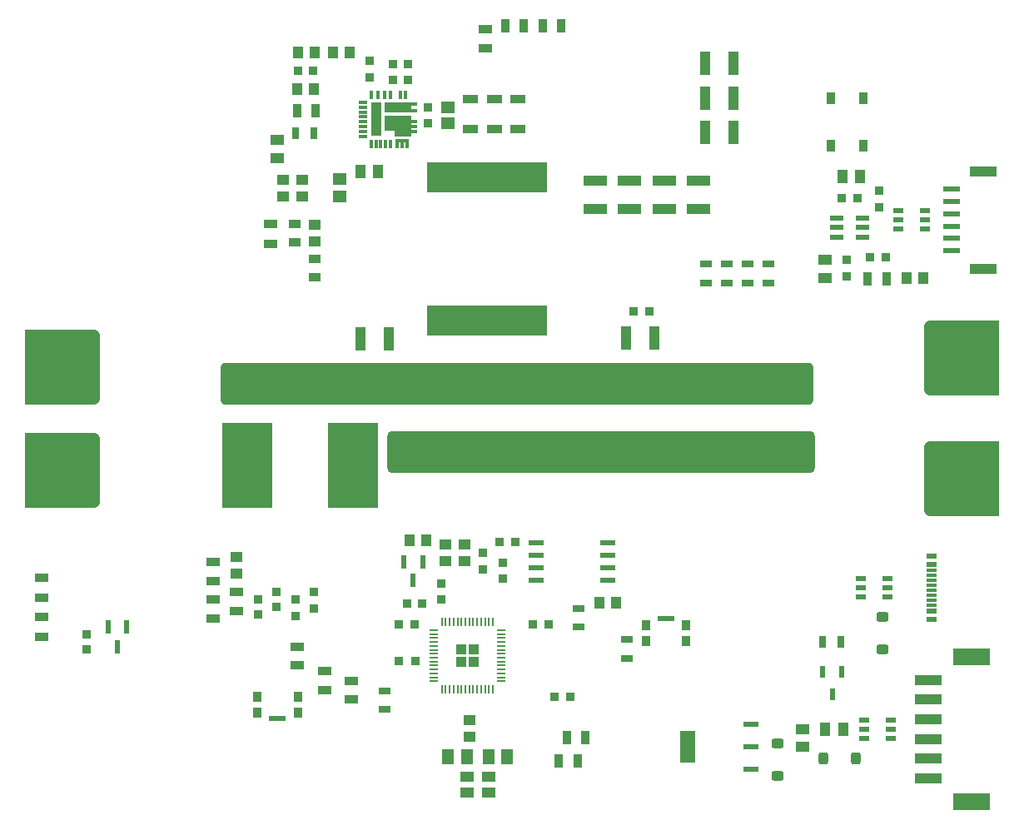
<source format=gbp>
G04 #@! TF.GenerationSoftware,KiCad,Pcbnew,7.0.10*
G04 #@! TF.CreationDate,2025-07-14T05:46:52-04:00*
G04 #@! TF.ProjectId,bms-board,626d732d-626f-4617-9264-2e6b69636164,rev?*
G04 #@! TF.SameCoordinates,Original*
G04 #@! TF.FileFunction,Paste,Bot*
G04 #@! TF.FilePolarity,Positive*
%FSLAX46Y46*%
G04 Gerber Fmt 4.6, Leading zero omitted, Abs format (unit mm)*
G04 Created by KiCad (PCBNEW 7.0.10) date 2025-07-14 05:46:52*
%MOMM*%
%LPD*%
G01*
G04 APERTURE LIST*
G04 Aperture macros list*
%AMRoundRect*
0 Rectangle with rounded corners*
0 $1 Rounding radius*
0 $2 $3 $4 $5 $6 $7 $8 $9 X,Y pos of 4 corners*
0 Add a 4 corners polygon primitive as box body*
4,1,4,$2,$3,$4,$5,$6,$7,$8,$9,$2,$3,0*
0 Add four circle primitives for the rounded corners*
1,1,$1+$1,$2,$3*
1,1,$1+$1,$4,$5*
1,1,$1+$1,$6,$7*
1,1,$1+$1,$8,$9*
0 Add four rect primitives between the rounded corners*
20,1,$1+$1,$2,$3,$4,$5,0*
20,1,$1+$1,$4,$5,$6,$7,0*
20,1,$1+$1,$6,$7,$8,$9,0*
20,1,$1+$1,$8,$9,$2,$3,0*%
%AMFreePoly0*
4,1,19,-3.850000,3.850000,3.850000,3.850000,3.850000,-3.080000,3.834092,-3.235708,3.777857,-3.405416,3.684000,-3.557581,3.557581,-3.684000,3.405416,-3.777857,3.235708,-3.834092,3.080000,-3.850000,-3.080000,-3.850000,-3.235708,-3.834092,-3.405416,-3.777857,-3.557581,-3.684000,-3.684000,-3.557581,-3.777857,-3.405416,-3.834092,-3.235708,-3.850000,-3.080000,-3.850000,3.850000,-3.850000,3.850000,
$1*%
G04 Aperture macros list end*
%ADD10R,2.700000X1.000000*%
%ADD11R,3.800000X1.800000*%
%ADD12R,1.140000X0.600000*%
%ADD13R,1.140000X0.300000*%
%ADD14FreePoly0,90.000000*%
%ADD15FreePoly0,270.000000*%
%ADD16R,1.300000X0.700000*%
%ADD17R,1.193800X1.016000*%
%ADD18R,1.600000X0.855600*%
%ADD19R,12.192000X3.022600*%
%ADD20R,1.066800X2.489200*%
%ADD21R,0.889000X0.863600*%
%ADD22R,1.524000X0.533400*%
%ADD23R,0.863600X0.889000*%
%ADD24R,1.380000X0.920000*%
%ADD25R,2.489200X1.066800*%
%ADD26R,1.470000X1.160000*%
%ADD27R,1.016000X1.193800*%
%ADD28RoundRect,0.500000X-29.650000X-1.650000X29.650000X-1.650000X29.650000X1.650000X-29.650000X1.650000X0*%
%ADD29R,0.977900X0.558800*%
%ADD30R,1.549400X0.609600*%
%ADD31R,1.549400X3.251200*%
%ADD32RoundRect,0.242500X-0.242500X-0.367500X0.242500X-0.367500X0.242500X0.367500X-0.242500X0.367500X0*%
%ADD33R,1.244600X0.863600*%
%ADD34R,1.300000X1.500000*%
%ADD35R,1.066800X1.397000*%
%ADD36R,5.200000X8.750000*%
%ADD37R,1.447800X1.117600*%
%ADD38R,1.397000X1.066800*%
%ADD39R,1.700000X0.600000*%
%ADD40R,0.930000X0.890000*%
%ADD41R,1.110000X1.470000*%
%ADD42R,0.920000X1.380000*%
%ADD43R,0.700000X1.300000*%
%ADD44R,1.449997X1.305598*%
%ADD45R,1.450000X0.950000*%
%ADD46RoundRect,0.242500X0.367500X-0.242500X0.367500X0.242500X-0.367500X0.242500X-0.367500X-0.242500X0*%
%ADD47R,1.400000X1.100000*%
%ADD48R,0.939800X1.244600*%
%ADD49R,0.890000X0.930000*%
%ADD50R,0.600000X1.150000*%
%ADD51RoundRect,0.250000X0.292217X0.292217X-0.292217X0.292217X-0.292217X-0.292217X0.292217X-0.292217X0*%
%ADD52RoundRect,0.050000X0.387500X0.050000X-0.387500X0.050000X-0.387500X-0.050000X0.387500X-0.050000X0*%
%ADD53RoundRect,0.050000X0.050000X0.387500X-0.050000X0.387500X-0.050000X-0.387500X0.050000X-0.387500X0*%
%ADD54R,0.609600X1.320800*%
%ADD55R,0.889000X0.990600*%
%ADD56R,1.701800X0.558800*%
%ADD57R,1.005599X1.199998*%
%ADD58R,1.397000X0.863600*%
%ADD59R,1.320800X0.558800*%
%ADD60R,0.950000X1.450000*%
%ADD61R,0.350000X0.950000*%
%ADD62R,0.950000X0.350000*%
%ADD63R,1.350000X0.300000*%
%ADD64R,1.100000X3.400000*%
%ADD65R,2.700000X1.100000*%
%ADD66R,2.700000X1.520000*%
%ADD67R,1.730000X2.100000*%
%ADD68R,0.558800X1.320800*%
%ADD69RoundRect,0.500000X21.250000X1.650000X-21.250000X1.650000X-21.250000X-1.650000X21.250000X-1.650000X0*%
G04 APERTURE END LIST*
G36*
X154578100Y-134225600D02*
G01*
X153028700Y-134225600D01*
X153028700Y-130974400D01*
X154578100Y-130974400D01*
X154578100Y-134225600D01*
G37*
D10*
X178250000Y-125800000D03*
X178250000Y-127800000D03*
X178250000Y-129800000D03*
X178250000Y-131800000D03*
X178250000Y-133800000D03*
X178250000Y-135800000D03*
D11*
X182700000Y-123450000D03*
X182700000Y-138150000D03*
D12*
X178650000Y-113230000D03*
X178650000Y-114030000D03*
D13*
X178650000Y-115180000D03*
X178650000Y-116180000D03*
X178650000Y-116680000D03*
X178650000Y-117680000D03*
D12*
X178650000Y-119630000D03*
X178650000Y-118830000D03*
D13*
X178650000Y-118180000D03*
X178650000Y-117180000D03*
X178650000Y-115680000D03*
X178650000Y-114680000D03*
D14*
X90200000Y-104450000D03*
X90200000Y-93950000D03*
D15*
X181700000Y-93050000D03*
X181700000Y-105350000D03*
D16*
X123000000Y-126900000D03*
X123000000Y-128800000D03*
D17*
X115900000Y-79500000D03*
X115900000Y-81201800D03*
D18*
X134121800Y-69759400D03*
X134121800Y-66703798D03*
D19*
X133400000Y-74700000D03*
X133400000Y-89254200D03*
D16*
X142700000Y-118500000D03*
X142700000Y-120400000D03*
D20*
X155600000Y-63100000D03*
X158444800Y-63100000D03*
D21*
X127421800Y-69201000D03*
X127421800Y-67550000D03*
D22*
X145700000Y-111860000D03*
X145700000Y-113130000D03*
X145700000Y-114400000D03*
X145700000Y-115670000D03*
X138410200Y-115670000D03*
X138410200Y-114400000D03*
X138410200Y-113130000D03*
X138410200Y-111860000D03*
D23*
X136300000Y-111800000D03*
X134649000Y-111800000D03*
D20*
X155600000Y-70100000D03*
X158444800Y-70100000D03*
D24*
X116900000Y-124900000D03*
X116900000Y-126810000D03*
D23*
X126037500Y-120175000D03*
X124386500Y-120175000D03*
D25*
X147900000Y-75055200D03*
X147900000Y-77900000D03*
D26*
X118421800Y-76600000D03*
X118421800Y-74840000D03*
D27*
X177801800Y-84900000D03*
X176100000Y-84900000D03*
D25*
X151400000Y-75055200D03*
X151400000Y-77900000D03*
D28*
X136437500Y-95650000D03*
D29*
X174500000Y-129849999D03*
X174500000Y-130800000D03*
X174500000Y-131750001D03*
X171769500Y-131750001D03*
X171769500Y-130800000D03*
X171769500Y-129849999D03*
D30*
X160255000Y-130301300D03*
X160255000Y-132600000D03*
D31*
X153803400Y-132600000D03*
D30*
X160255000Y-134898700D03*
D24*
X133200000Y-59645000D03*
X133200000Y-61555000D03*
D32*
X167603400Y-133800000D03*
X170883400Y-133800000D03*
D20*
X120555200Y-91100000D03*
X123400000Y-91100000D03*
D33*
X115900000Y-82974700D03*
X115900000Y-84828900D03*
D21*
X135000000Y-113874500D03*
X135000000Y-115525500D03*
X113900000Y-119300000D03*
X113900000Y-117649000D03*
D34*
X135437500Y-133575000D03*
X133537500Y-133575000D03*
D35*
X169603400Y-130800000D03*
X167800000Y-130800000D03*
D36*
X109000000Y-104000000D03*
X119800000Y-104000000D03*
D18*
X136521800Y-69759400D03*
X136521800Y-66703798D03*
D33*
X113825000Y-79418400D03*
X113825000Y-81272600D03*
D23*
X172325400Y-82800000D03*
X173976400Y-82800000D03*
D27*
X114145000Y-61950000D03*
X115846800Y-61950000D03*
D37*
X112100000Y-70906400D03*
X112100000Y-72700000D03*
D16*
X147600000Y-123600000D03*
X147600000Y-121700000D03*
D20*
X155600000Y-66600000D03*
X158444800Y-66600000D03*
D38*
X167776400Y-84901700D03*
X167776400Y-83098300D03*
D16*
X159900000Y-85405500D03*
X159900000Y-83505500D03*
D39*
X180623751Y-75900000D03*
X180623751Y-77150000D03*
X180623751Y-78400000D03*
X180623751Y-79650000D03*
X180623751Y-80900000D03*
X180623751Y-82150000D03*
D10*
X183823751Y-74050000D03*
X183823751Y-84000000D03*
D40*
X110113000Y-119119000D03*
X110113000Y-117579000D03*
D17*
X112651600Y-74934900D03*
X112651600Y-76636700D03*
D27*
X146551800Y-117950000D03*
X144850000Y-117950000D03*
D41*
X120521800Y-74100000D03*
X122321800Y-74100000D03*
D40*
X128737500Y-116035000D03*
X128737500Y-117575000D03*
D23*
X140249000Y-127500000D03*
X141900000Y-127500000D03*
D27*
X117745000Y-61950000D03*
X119446800Y-61950000D03*
D21*
X173300000Y-76074500D03*
X173300000Y-77725500D03*
X115800000Y-118500000D03*
X115800000Y-116849000D03*
D42*
X140955000Y-59300000D03*
X139045000Y-59300000D03*
D18*
X131721800Y-69751000D03*
X131721800Y-66695398D03*
D21*
X133000000Y-114525500D03*
X133000000Y-112874500D03*
D20*
X150400000Y-91000000D03*
X147555200Y-91000000D03*
D25*
X144400000Y-75055200D03*
X144400000Y-77900000D03*
D17*
X129200000Y-113750900D03*
X129200000Y-112049100D03*
D43*
X113900000Y-70200000D03*
X115800000Y-70200000D03*
D16*
X157800000Y-85400000D03*
X157800000Y-83500000D03*
D43*
X169400000Y-121900000D03*
X167500000Y-121900000D03*
D40*
X92700000Y-122700000D03*
X92700000Y-121160000D03*
D42*
X137155000Y-59300000D03*
X135245000Y-59300000D03*
D35*
X171349000Y-74600000D03*
X169545600Y-74600000D03*
D40*
X112013000Y-118389000D03*
X112013000Y-116849000D03*
D16*
X162000000Y-85400000D03*
X162000000Y-83500000D03*
D24*
X105513000Y-119559000D03*
X105513000Y-117649000D03*
D23*
X138037500Y-120175000D03*
X139688500Y-120175000D03*
X171100000Y-76800000D03*
X169449000Y-76800000D03*
D44*
X129400000Y-69155598D03*
X129400000Y-67550000D03*
D45*
X107913000Y-118823500D03*
X107913000Y-116823500D03*
D46*
X162955000Y-135540000D03*
X162955000Y-132260000D03*
D17*
X107873900Y-113321700D03*
X107873900Y-115023500D03*
D23*
X149951000Y-88300000D03*
X148300000Y-88300000D03*
D21*
X121434400Y-62866100D03*
X121434400Y-64517100D03*
D23*
X124449000Y-123900000D03*
X126100000Y-123900000D03*
D47*
X133537500Y-137275000D03*
X131337500Y-137275000D03*
X131337500Y-135674998D03*
X133537500Y-135674998D03*
D48*
X168400002Y-66623200D03*
X171700000Y-66623200D03*
X171700000Y-71500000D03*
X168400002Y-71500000D03*
D42*
X114090000Y-67900000D03*
X116000000Y-67900000D03*
D29*
X177930500Y-78049999D03*
X177930500Y-79000000D03*
X177930500Y-79950001D03*
X175200000Y-79950001D03*
X175200000Y-79000000D03*
X175200000Y-78049999D03*
X174165250Y-115449999D03*
X174165250Y-116400000D03*
X174165250Y-117350001D03*
X171434750Y-117350001D03*
X171434750Y-116400000D03*
X171434750Y-115449999D03*
D49*
X115686800Y-63868700D03*
X114146800Y-63868700D03*
D21*
X169976400Y-84725500D03*
X169976400Y-83074500D03*
D50*
X167550000Y-125000000D03*
X169450000Y-125000000D03*
X168500000Y-127300000D03*
D51*
X132037500Y-123975000D03*
X132037500Y-122700000D03*
X130762500Y-123975000D03*
X130762500Y-122700000D03*
D52*
X134837500Y-120737500D03*
X134837500Y-121137500D03*
X134837500Y-121537500D03*
X134837500Y-121937500D03*
X134837500Y-122337500D03*
X134837500Y-122737500D03*
X134837500Y-123137500D03*
X134837500Y-123537500D03*
X134837500Y-123937500D03*
X134837500Y-124337500D03*
X134837500Y-124737500D03*
X134837500Y-125137500D03*
X134837500Y-125537500D03*
X134837500Y-125937500D03*
D53*
X134000000Y-126775000D03*
X133600000Y-126775000D03*
X133200000Y-126775000D03*
X132800000Y-126775000D03*
X132400000Y-126775000D03*
X132000000Y-126775000D03*
X131600000Y-126775000D03*
X131200000Y-126775000D03*
X130800000Y-126775000D03*
X130400000Y-126775000D03*
X130000000Y-126775000D03*
X129600000Y-126775000D03*
X129200000Y-126775000D03*
X128800000Y-126775000D03*
D52*
X127962500Y-125937500D03*
X127962500Y-125537500D03*
X127962500Y-125137500D03*
X127962500Y-124737500D03*
X127962500Y-124337500D03*
X127962500Y-123937500D03*
X127962500Y-123537500D03*
X127962500Y-123137500D03*
X127962500Y-122737500D03*
X127962500Y-122337500D03*
X127962500Y-121937500D03*
X127962500Y-121537500D03*
X127962500Y-121137500D03*
X127962500Y-120737500D03*
D53*
X128800000Y-119900000D03*
X129200000Y-119900000D03*
X129600000Y-119900000D03*
X130000000Y-119900000D03*
X130400000Y-119900000D03*
X130800000Y-119900000D03*
X131200000Y-119900000D03*
X131600000Y-119900000D03*
X132000000Y-119900000D03*
X132400000Y-119900000D03*
X132800000Y-119900000D03*
X133200000Y-119900000D03*
X133600000Y-119900000D03*
X134000000Y-119900000D03*
D24*
X114100000Y-124310000D03*
X114100000Y-122400000D03*
D54*
X94849999Y-120384800D03*
X96750001Y-120384800D03*
X95800000Y-122415200D03*
D38*
X165503400Y-130796600D03*
X165503400Y-132600000D03*
D45*
X88100000Y-115400000D03*
X88100000Y-117400000D03*
D24*
X119600000Y-125890000D03*
X119600000Y-127800000D03*
D17*
X131637500Y-131575000D03*
X131637500Y-129873200D03*
D16*
X155650000Y-85400000D03*
X155650000Y-83500000D03*
D55*
X110050002Y-129100002D03*
X114149998Y-129100002D03*
X110050002Y-127500000D03*
X114149998Y-127500000D03*
D56*
X112100000Y-129725002D03*
D57*
X114071202Y-65700000D03*
X115776800Y-65700000D03*
D58*
X111425000Y-81457100D03*
X111425000Y-79399700D03*
D42*
X141490000Y-131700000D03*
X143400000Y-131700000D03*
D17*
X131100000Y-113750900D03*
X131100000Y-112049100D03*
D25*
X154900000Y-75050400D03*
X154900000Y-77895200D03*
D34*
X129437500Y-133575000D03*
X131337500Y-133575000D03*
D17*
X114596800Y-74936700D03*
X114596800Y-76638500D03*
D42*
X140700000Y-134000000D03*
X142610000Y-134000000D03*
D59*
X171571800Y-78849999D03*
X171571800Y-79800000D03*
X171571800Y-80750001D03*
X168981000Y-80750001D03*
X168981000Y-79800000D03*
X168981000Y-78849999D03*
D21*
X125324400Y-63140600D03*
X125324400Y-64791600D03*
D49*
X125260000Y-118000000D03*
X126800000Y-118000000D03*
D45*
X88100000Y-119400000D03*
X88100000Y-121400000D03*
D60*
X172050900Y-85000000D03*
X174050900Y-85000000D03*
D55*
X153650000Y-120199998D03*
X149550004Y-120199998D03*
X153650000Y-121800000D03*
X149550004Y-121800000D03*
D56*
X151600002Y-119574998D03*
D61*
X121649400Y-66266600D03*
X122299400Y-66266600D03*
X122949400Y-66266600D03*
X123599400Y-66266600D03*
X124599400Y-66266600D03*
X125099400Y-66266600D03*
D62*
X125874400Y-67271600D03*
X125874400Y-67921600D03*
X125874400Y-69051600D03*
X125874400Y-69551600D03*
X125874400Y-70051600D03*
D61*
X125249400Y-71316600D03*
X124749400Y-71316600D03*
X124249400Y-71316600D03*
D63*
X124749400Y-70991600D03*
D61*
X123599400Y-71316600D03*
X123099400Y-71316600D03*
X122599400Y-71316600D03*
X122099400Y-71316600D03*
X121599400Y-71316600D03*
D62*
X120824400Y-70541600D03*
X120824400Y-70041600D03*
X120824400Y-69541600D03*
X120824400Y-69041600D03*
X120824400Y-68541600D03*
X120824400Y-68041600D03*
X120824400Y-67541600D03*
X120824400Y-67041600D03*
D64*
X122149400Y-68791600D03*
D65*
X124349400Y-67591600D03*
D66*
X124349400Y-69201600D03*
D67*
X124834400Y-69491600D03*
D24*
X105513000Y-115749000D03*
X105513000Y-113839000D03*
D27*
X125498200Y-111600000D03*
X127200000Y-111600000D03*
D68*
X124949999Y-113784000D03*
X126850001Y-113784000D03*
X125900000Y-115682650D03*
D40*
X123824400Y-64791600D03*
X123824400Y-63163600D03*
D69*
X144987500Y-102650000D03*
D46*
X173600000Y-122680000D03*
X173600000Y-119400000D03*
M02*

</source>
